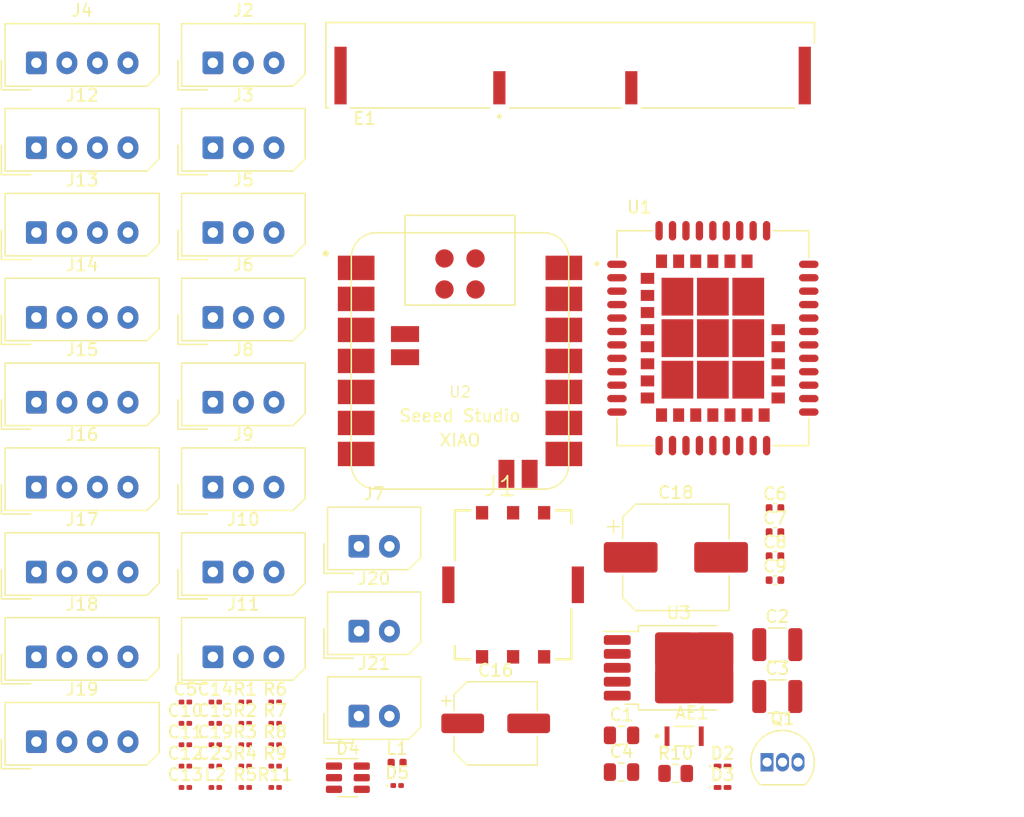
<source format=kicad_pcb>
(kicad_pcb (version 20221018) (generator pcbnew)
  (layers (0 "F.Cu" signal) (31 "B.Cu" signal) (34 "B.Paste" user) (35 "F.Paste" user) (36 "B.SilkS" user "B.Silkscreen") (37 "F.SilkS" user "F.Silkscreen") (38 "B.Mask" user) (39 "F.Mask" user) (44 "Edge.Cuts" user))
  (net 0 "")
  (net 1 "Net-(AE1-RF_Feed)")
  (net 2 "XIAO_GND")
  (net 3 "SIM868_Vin")
  (net 4 "Net-(D4-IO5)")
  (net 5 "Net-(D4-IO4)")
  (net 6 "Net-(D4-IO3)")
  (net 7 "Net-(D4-IO2)")
  (net 8 "Net-(C11-Pad1)")
  (net 9 "BATTERY_IN")
  (net 10 "Net-(AE1-FTE)")
  (net 11 "GPS_ANT")
  (net 12 "Net-(D2-K)")
  (net 13 "Net-(D2-A)")
  (net 14 "Net-(D3-K)")
  (net 15 "Net-(D3-A)")
  (net 17 "Net-(E1-Pad2)")
  (net 19 "VCC")
  (net 20 "POWER_BTN")
  (net 21 "UART1_RX")
  (net 22 "UART1_TX")
  (net 23 "GPS_RX")
  (net 24 "GPS_TX")
  (net 25 "GPIO1")
  (net 26 "SDA")
  (net 27 "SCL")
  (net 28 "POWER_PIN")
  (net 29 "XIAO_UART_TX")
  (net 30 "XIAO_UART_RX")
  (net 31 "XIAO_I2C_SDA")
  (net 32 "XIAO_I2C_SCL")
  (net 33 "XIAO_SPI_MOSI")
  (net 34 "XIAO_SPI_MISO")
  (net 35 "XIAO_SPI_SCK")
  (net 36 "GPIO0")
  (net 37 "GPIO2")
  (net 38 "GPIO3")
  (net 39 "XIAO_3.3V")
  (net 40 "XIAO_5V")
  (net 41 "GPS_EN_GPIO1")
  (net 42 "GSM_ANT")
  (net 43 "Net-(Q1-B)")
  (net 44 "Net-(U1-SIM1_DATA)")
  (net 45 "Net-(U1-SIM1_CLK)")
  (net 46 "Net-(U1-SIM1_RST)")
  (net 47 "Net-(U3-ADJ)")
  (net 48 "GPS_EN")
  (footprint "SIM8051-6-0-14-00-X-REVD:GCT_SIM8051-6-0-14-00-X-REVD" (layer "F.Cu") (at 143.166 104.69747)
    (fp_text reference "J1" (at -1.07189 -8.05924) (layer "F.SilkS") (effects (font (size 1.602835 1.602835))))
    (fp_text value "SIM8051-6-0-14-00-X-REVD")
    (pad "C1" smd rect (at 2.54 5.9) (size 1 1.1) (layers "F.Cu" "F.Paste" "F.Mask") (net 7 "Net-(D4-IO2)"))
    (pad "C2" smd rect (at 0 5.9) (size 1 1.1) (layers "F.Cu" "F.Paste" "F.Mask") (net 4 "Net-(D4-IO5)"))
    (pad "C3" smd rect (at -2.54 5.9) (size 1 1.1) (layers "F.Cu" "F.Paste" "F.Mask") (net 5 "Net-(D4-IO4)"))
    (pad "C4" smd rect (at 5.3 0) (size 1 3) (layers "F.Cu" "F.Paste" "F.Mask"))
    (pad "C5" smd rect (at 2.54 -5.9) (size 1 1.1) (layers "F.Cu" "F.Paste" "F.Mask") (net 2 "XIAO_GND"))
    (pad "C6" smd rect (at 0 -5.9) (size 1 1.1) (layers "F.Cu" "F.Paste" "F.Mask"))
    (pad "C7" smd rect (at -2.54 -5.9) (size 1 1.1) (layers "F.Cu" "F.Paste" "F.Mask") (net 6 "Net-(D4-IO3)"))
    (pad "C8" smd rect (at -5.3 0) (size 1 3) (layers "F.Cu" "F.Paste" "F.Mask"))
  )
  (footprint "Inductor_SMD:L_0201_0603Metric" (layer "F.Cu") (at 118.791 121.29747)
    (fp_text reference "L2" (at 0 -1.05) (layer "F.SilkS"))
    (fp_text value "6.8nH")
    (pad "1" smd roundrect (at -0.32 0) (size 0.46 0.4) (layers "F.Cu" "F.Mask") (net 17 "Net-(E1-Pad2)"))
    (pad "2" smd roundrect (at 0.32 0) (size 0.46 0.4) (layers "F.Cu" "F.Mask") (net 2 "XIAO_GND"))
  )
  (footprint "Capacitor_SMD:C_0201_0603Metric" (layer "F.Cu") (at 116.341 117.79747)
    (fp_text reference "C11" (at 0 -1.05) (layer "F.SilkS"))
    (fp_text value "0.5pF")
    (pad "1" smd roundrect (at -0.32 0) (size 0.46 0.4) (layers "F.Cu" "F.Mask") (net 8 "Net-(C11-Pad1)"))
    (pad "2" smd roundrect (at 0.32 0) (size 0.46 0.4) (layers "F.Cu" "F.Mask") (net 2 "XIAO_GND"))
  )
  (footprint "Inductor_SMD:L_0402_1005Metric" (layer "F.Cu") (at 133.671 119.26747)
    (fp_text reference "L1" (at 0 -1.17) (layer "F.SilkS"))
    (fp_text value "3.3nH")
    (pad "1" smd roundrect (at -0.485 0) (size 0.59 0.64) (layers "F.Cu" "F.Paste" "F.Mask") (net 8 "Net-(C11-Pad1)"))
    (pad "2" smd roundrect (at 0.485 0) (size 0.59 0.64) (layers "F.Cu" "F.Paste" "F.Mask") (net 42 "GSM_ANT"))
  )
  (footprint "Resistor_SMD:R_0201_0603Metric" (layer "F.Cu") (at 123.691 116.04747)
    (fp_text reference "R7" (at 0 -1.05) (layer "F.SilkS"))
    (fp_text value "4.7k")
    (pad "1" smd roundrect (at -0.32 0) (size 0.46 0.4) (layers "F.Cu" "F.Mask") (net 12 "Net-(D2-K)"))
    (pad "2" smd roundrect (at 0.32 0) (size 0.46 0.4) (layers "F.Cu" "F.Mask") (net 2 "XIAO_GND"))
  )
  (footprint "Capacitor_SMD:C_0805_2012Metric" (layer "F.Cu") (at 152.041 117.02747)
    (fp_text reference "C1" (at 0 -1.68) (layer "F.SilkS"))
    (fp_text value "100uF")
    (pad "1" smd roundrect (at -0.95 0) (size 1 1.45) (layers "F.Cu" "F.Paste" "F.Mask") (net 3 "SIM868_Vin"))
    (pad "2" smd roundrect (at 0.95 0) (size 1 1.45) (layers "F.Cu" "F.Paste" "F.Mask") (net 2 "XIAO_GND"))
  )
  (footprint "Connector_Molex:Molex_SPOX_5267-04A_1x04_P2.50mm_Vertical" (layer "F.Cu") (at 104.141 89.74747)
    (fp_text reference "J15" (at 3.75 -4.3) (layer "F.SilkS"))
    (fp_text value "Conn_01x04_Pin")
    (pad "1" thru_hole roundrect (at 0 0) (size 1.7 1.85) (drill 0.85) (layers "*.Cu" "*.Mask") (roundrect_rratio 0.147059) (net 36 "GPIO0"))
    (pad "2" thru_hole oval (at 2.5 0) (size 1.7 1.85) (drill 0.85) (layers "*.Cu" "*.Mask") (net 25 "GPIO1"))
    (pad "3" thru_hole oval (at 5 0) (size 1.7 1.85) (drill 0.85) (layers "*.Cu" "*.Mask") (net 37 "GPIO2"))
    (pad "4" thru_hole oval (at 7.5 0) (size 1.7 1.85) (drill 0.85) (layers "*.Cu" "*.Mask") (net 38 "GPIO3"))
  )
  (footprint "Resistor_SMD:R_0201_0603Metric" (layer "F.Cu") (at 121.241 117.79747)
    (fp_text reference "R3" (at 0 -1.05) (layer "F.SilkS"))
    (fp_text value "22")
    (pad "1" smd roundrect (at -0.32 0) (size 0.46 0.4) (layers "F.Cu" "F.Mask") (net 4 "Net-(D4-IO5)"))
    (pad "2" smd roundrect (at 0.32 0) (size 0.46 0.4) (layers "F.Cu" "F.Mask") (net 46 "Net-(U1-SIM1_RST)"))
  )
  (footprint "Resistor_SMD:R_0805_2012Metric" (layer "F.Cu") (at 156.471 120.14747)
    (fp_text reference "R10" (at 0 -1.65) (layer "F.SilkS"))
    (fp_text value "43k")
    (pad "1" smd roundrect (at -0.9125 0) (size 1.025 1.4) (layers "F.Cu" "F.Paste" "F.Mask") (roundrect_rratio 0.243902) (net 47 "Net-(U3-ADJ)"))
    (pad "2" smd roundrect (at 0.9125 0) (size 1.025 1.4) (layers "F.Cu" "F.Paste" "F.Mask") (roundrect_rratio 0.243902) (net 2 "XIAO_GND"))
  )
  (footprint "Connector_Molex:Molex_SPOX_5267-03A_1x03_P2.50mm_Vertical" (layer "F.Cu") (at 118.591 68.89747)
    (fp_text reference "J3" (at 2.5 -4.3) (layer "F.SilkS"))
    (fp_text value "Conn_01x03_Pin")
    (pad "1" thru_hole roundrect (at 0 0) (size 1.7 1.85) (drill 0.85) (layers "*.Cu" "*.Mask") (roundrect_rratio 0.147059) (net 21 "UART1_RX"))
    (pad "2" thru_hole oval (at 2.5 0) (size 1.7 1.85) (drill 0.85) (layers "*.Cu" "*.Mask") (net 22 "UART1_TX"))
    (pad "3" thru_hole oval (at 5 0) (size 1.7 1.85) (drill 0.85) (layers "*.Cu" "*.Mask") (net 2 "XIAO_GND"))
  )
  (footprint "Capacitor_SMD:C_1210_3225Metric" (layer "F.Cu") (at 164.791 113.84747)
    (fp_text reference "C3" (at 0 -2.3) (layer "F.SilkS"))
    (fp_text value "330uF")
    (pad "1" smd roundrect (at -1.475 0) (size 1.15 2.7) (layers "F.Cu" "F.Paste" "F.Mask") (roundrect_rratio 0.217391) (net 3 "SIM868_Vin"))
    (pad "2" smd roundrect (at 1.475 0) (size 1.15 2.7) (layers "F.Cu" "F.Paste" "F.Mask") (roundrect_rratio 0.217391) (net 2 "XIAO_GND"))
  )
  (footprint "Package_TO_SOT_THT:TO-92_Inline" (layer "F.Cu") (at 163.951 119.22747)
    (fp_text reference "Q1" (at 1.27 -3.56) (layer "F.SilkS"))
    (fp_text value "2N3904")
    (pad "1" thru_hole rect (at 0 0) (size 1.05 1.5) (drill 0.75) (layers "*.Cu" "*.Mask") (net 2 "XIAO_GND"))
    (pad "2" thru_hole oval (at 1.27 0) (size 1.05 1.5) (drill 0.75) (layers "*.Cu" "*.Mask") (net 43 "Net-(Q1-B)"))
    (pad "3" thru_hole oval (at 2.54 0) (size 1.05 1.5) (drill 0.75) (layers "*.Cu" "*.Mask") (net 28 "POWER_PIN"))
  )
  (footprint "Capacitor_SMD:C_0402_1005Metric" (layer "F.Cu") (at 164.601 104.31747)
    (fp_text reference "C9" (at 0 -1.16) (layer "F.SilkS"))
    (fp_text value "22pF")
    (pad "1" smd roundrect (at -0.48 0) (size 0.56 0.62) (layers "F.Cu" "F.Paste" "F.Mask") (net 6 "Net-(D4-IO3)"))
    (pad "2" smd roundrect (at 0.48 0) (size 0.56 0.62) (layers "F.Cu" "F.Paste" "F.Mask") (net 2 "XIAO_GND"))
  )
  (footprint "Connector_Molex:Molex_SPOX_5267-03A_1x03_P2.50mm_Vertical" (layer "F.Cu") (at 118.591 75.84747)
    (fp_text reference "J5" (at 2.5 -4.3) (layer "F.SilkS"))
    (fp_text value "Conn_01x03_Pin")
    (pad "1" thru_hole roundrect (at 0 0) (size 1.7 1.85) (drill 0.85) (layers "*.Cu" "*.Mask") (roundrect_rratio 0.147059) (net 26 "SDA"))
    (pad "2" thru_hole oval (at 2.5 0) (size 1.7 1.85) (drill 0.85) (layers "*.Cu" "*.Mask") (net 27 "SCL"))
    (pad "3" thru_hole oval (at 5 0) (size 1.7 1.85) (drill 0.85) (layers "*.Cu" "*.Mask") (net 2 "XIAO_GND"))
  )
  (footprint "Connector_Molex:Molex_SPOX_5267-04A_1x04_P2.50mm_Vertical" (layer "F.Cu") (at 104.141 117.54747)
    (fp_text reference "J19" (at 3.75 -4.3) (layer "F.SilkS"))
    (fp_text value "Conn_01x04_Pin")
    (pad "1" thru_hole roundrect (at 0 0) (size 1.7 1.85) (drill 0.85) (layers "*.Cu" "*.Mask") (roundrect_rratio 0.147059) (net 3 "SIM868_Vin"))
    (pad "2" thru_hole oval (at 2.5 0) (size 1.7 1.85) (drill 0.85) (layers "*.Cu" "*.Mask") (net 3 "SIM868_Vin"))
    (pad "3" thru_hole oval (at 5 0) (size 1.7 1.85) (drill 0.85) (layers "*.Cu" "*.Mask") (net 3 "SIM868_Vin"))
    (pad "4" thru_hole oval (at 7.5 0) (size 1.7 1.85) (drill 0.85) (layers "*.Cu" "*.Mask") (net 3 "SIM868_Vin"))
  )
  (footprint "Capacitor_SMD:C_0201_0603Metric" (layer "F.Cu") (at 118.791 116.04747)
    (fp_text reference "C15" (at 0 -1.05) (layer "F.SilkS"))
    (fp_text value "22pF")
    (pad "1" smd roundrect (at -0.32 0) (size 0.46 0.4) (layers "F.Cu" "F.Mask") (net 10 "Net-(AE1-FTE)"))
    (pad "2" smd roundrect (at 0.32 0) (size 0.46 0.4) (layers "F.Cu" "F.Mask") (net 2 "XIAO_GND"))
  )
  (footprint "Connector_Molex:Molex_SPOX_5267-04A_1x04_P2.50mm_Vertical" (layer "F.Cu") (at 104.141 68.89747)
    (fp_text reference "J12" (at 3.75 -4.3) (layer "F.SilkS"))
    (fp_text value "Conn_01x04_Pin")
    (pad "1" thru_hole roundrect (at 0 0) (size 1.7 1.85) (drill 0.85) (layers "*.Cu" "*.Mask") (roundrect_rratio 0.147059) (net 33 "XIAO_SPI_MOSI"))
    (pad "2" thru_hole oval (at 2.5 0) (size 1.7 1.85) (drill 0.85) (layers "*.Cu" "*.Mask") (net 34 "XIAO_SPI_MISO"))
    (pad "3" thru_hole oval (at 5 0) (size 1.7 1.85) (drill 0.85) (layers "*.Cu" "*.Mask") (net 35 "XIAO_SPI_SCK"))
    (pad "4" thru_hole oval (at 7.5 0) (size 1.7 1.85) (drill 0.85) (layers "*.Cu" "*.Mask") (net 2 "XIAO_GND"))
  )
  (footprint "Capacitor_SMD:C_0805_2012Metric" (layer "F.Cu") (at 152.041 120.03747)
    (fp_text reference "C4" (at 0 -1.68) (layer "F.SilkS"))
    (fp_text value "100uF")
    (pad "1" smd roundrect (at -0.95 0) (size 1 1.45) (layers "F.Cu" "F.Paste" "F.Mask") (net 3 "SIM868_Vin"))
    (pad "2" smd roundrect (at 0.95 0) (size 1 1.45) (layers "F.Cu" "F.Paste" "F.Mask") (net 2 "XIAO_GND"))
  )
  (footprint "Resistor_SMD:R_0201_0603Metric" (layer "F.Cu") (at 123.691 117.79747)
    (fp_text reference "R8" (at 0 -1.05) (layer "F.SilkS"))
    (fp_text value "4.7k")
    (pad "1" smd roundrect (at -0.32 0) (size 0.46 0.4) (layers "F.Cu" "F.Mask") (net 14 "Net-(D3-K)"))
    (pad "2" smd roundrect (at 0.32 0) (size 0.46 0.4) (layers "F.Cu" "F.Mask") (net 2 "XIAO_GND"))
  )
  (footprint "GGBLA.01.A:XCVR_GGBLA.01.A" (layer "F.Cu") (at 157.166 117.09747)
    (fp_text reference "AE1" (at 0.635 -1.905) (layer "F.SilkS"))
    (fp_text value "GGBLA.01.A")
    (pad "1" smd rect (at -1.4 0) (size 0.4 1.6) (layers "F.Cu" "F.Paste" "F.Mask") (net 1 "Net-(AE1-RF_Feed)"))
    (pad "2" smd rect (at 1.4 0) (size 0.4 1.6) (layers "F.Cu" "F.Paste" "F.Mask") (net 2 "XIAO_GND"))
  )
  (footprint "YC0003AA:XCVR_YC0003AA" (layer "F.Cu") (at 147.841 62.14247)
    (fp_text reference "E1" (at -16.825 4.365) (layer "F.SilkS"))
    (fp_text value "YC0003AA")
    (pad "1" smd rect (at -5.8 1.845) (size 1 2.72) (layers "F.Cu" "F.Paste" "F.Mask") (net 8 "Net-(C11-Pad1)"))
    (pad "2" smd rect (at 5 1.845) (size 1 2.72) (layers "F.Cu" "F.Paste" "F.Mask") (net 17 "Net-(E1-Pad2)"))
    (pad "3" smd rect (at 19.2 0.845) (size 1 4.72) (layers "F.Cu" "F.Paste" "F.Mask"))
    (pad "4" smd rect (at -18.8 0.845) (size 1 4.72) (layers "F.Cu" "F.Paste" "F.Mask"))
  )
  (footprint "Connector_Molex:Molex_SPOX_5267-03A_1x03_P2.50mm_Vertical" (layer "F.Cu") (at 118.591 89.74747)
    (fp_text reference "J8" (at 2.5 -4.3) (layer "F.SilkS"))
    (fp_text value "Conn_01x03_Pin")
    (pad "1" thru_hole roundrect (at 0 0) (size 1.7 1.85) (drill 0.85) (layers "*.Cu" "*.Mask") (roundrect_rratio 0.147059) (net 29 "XIAO_UART_TX"))
    (pad "2" thru_hole oval (at 2.5 0) (size 1.7 1.85) (drill 0.85) (layers "*.Cu" "*.Mask") (net 30 "XIAO_UART_RX"))
    (pad "3" thru_hole oval (at 5 0) (size 1.7 1.85) (drill 0.85) (layers "*.Cu" "*.Mask") (net 2 "XIAO_GND"))
  )
  (footprint "Capacitor_SMD:CP_Elec_6.3x7.7" (layer "F.Cu") (at 141.741 116.04747)
    (fp_text reference "C16" (at 0 -4.35) (layer "F.SilkS"))
    (fp_text value "100uF")
    (pad "1" smd roundrect (at -2.7 0) (size 3.5 1.6) (layers "F.Cu" "F.Paste" "F.Mask") (roundrect_rratio 0.15625) (net 9 "BATTERY_IN"))
    (pad "2" smd roundrect (at 2.7 0) (size 3.5 1.6) (layers "F.Cu" "F.Paste" "F.Mask") (roundrect_rratio 0.15625) (net 2 "XIAO_GND"))
  )
  (footprint "Capacitor_SMD:C_0201_0603Metric" (layer "F.Cu") (at 118.791 114.29747)
    (fp_text reference "C14" (at 0 -1.05) (layer "F.SilkS"))
    (fp_text value "0.5pF")
    (pad "1" smd roundrect (at -0.32 0) (size 0.46 0.4) (layers "F.Cu" "F.Mask") (net 10 "Net-(AE1-FTE)"))
    (pad "2" smd roundrect (at 0.32 0) (size 0.46 0.4) (layers "F.Cu" "F.Mask") (net 1 "Net-(AE1-RF_Feed)"))
  )
  (footprint "Resistor_SMD:R_0201_0603Metric" (layer "F.Cu") (at 123.691 119.54747)
    (fp_text reference "R9" (at 0 -1.05) (layer "F.SilkS"))
    (fp_text value "10k")
    (pad "1" smd roundrect (at -0.32 0) (size 0.46 0.4) (layers "F.Cu" "F.Mask") (net 41 "GPS_EN_GPIO1"))
    (pad "2" smd roundrect (at 0.32 0) (size 0.46 0.4) (layers "F.Cu" "F.Mask") (net 48 "GPS_EN"))
  )
  (footprint "Resistor_SMD:R_0201_0603Metric" (layer "F.Cu") (at 121.241 116.04747)
    (fp_text reference "R2" (at 0 -1.05) (layer "F.SilkS"))
    (fp_text value "22")
    (pad "1" smd roundrect (at -0.32 0) (size 0.46 0.4) (layers "F.Cu" "F.Mask") (net 5 "Net-(D4-IO4)"))
    (pad "2" smd roundrect (at 0.32 0) (size 0.46 0.4) (layers "F.Cu" "F.Mask") (net 45 "Net-(U1-SIM1_CLK)"))
  )
  (footprint "Resistor_SMD:R_0201_0603Metric" (layer "F.Cu") (at 123.691 114.29747)
    (fp_text reference "R6" (at 0 -1.05) (layer "F.SilkS"))
    (fp_text value "4.7k")
    (pad "1" smd roundrect (at -0.32 0) (size 0.46 0.4) (layers "F.Cu" "F.Mask") (net 43 "Net-(Q1-B)"))
    (pad "2" smd roundrect (at 0.32 0) (size 0.46 0.4) (layers "F.Cu" "F.Mask") (net 2 "XIAO_GND"))
  )
  (footprint "Connector_Molex:Molex_SPOX_5267-04A_1x04_P2.50mm_Vertical" (layer "F.Cu") (at 104.141 75.84747)
    (fp_text reference "J13" (at 3.75 -4.3) (layer "F.SilkS"))
    (fp_text value "Conn_01x04_Pin")
    (pad "1" thru_hole roundrect (at 0 0) (size 1.7 1.85) (drill 0.85) (layers "*.Cu" "*.Mask") (roundrect_rratio 0.147059) (net 33 "XIAO_SPI_MOSI"))
    (pad "2" thru_hole oval (at 2.5 0) (size 1.7 1.85) (drill 0.85) (layers "*.Cu" "*.Mask") (net 34 "XIAO_SPI_MISO"))
    (pad "3" thru_hole oval (at 5 0) (size 1.7 1.85) (drill 0.85) (layers "*.Cu" "*.Mask") (net 35 "XIAO_SPI_SCK"))
    (pad "4" thru_hole oval (at 7.5 0) (size 1.7 1.85) (drill 0.85) (layers "*.Cu" "*.Mask") (net 2 "XIAO_GND"))
  )
  (footprint "Connector_Molex:Molex_SPOX_5267-04A_1x04_P2.50mm_Vertical" (layer "F.Cu") (at 104.141 103.64747)
    (fp_text reference "J17" (at 3.75 -4.3) (layer "F.SilkS"))
    (fp_text value "Conn_01x04_Pin")
    (pad "1" thru_hole roundrect (at 0 0) (size 1.7 1.85) (drill 0.85) (layers "*.Cu" "*.Mask") (roundrect_rratio 0.147059) (net 39 "XIAO_3.3V"))
    (pad "2" thru_hole oval (at 2.5 0) (size 1.7 1.85) (drill 0.85) (layers "*.Cu" "*.Mask") (net 39 "XIAO_3.3V"))
    (pad "3" thru_hole oval (at 5 0) (size 1.7 1.85) (drill 0.85) (layers "*.Cu" "*.Mask") (net 39 "XIAO_3.3V"))
    (pad "4" thru_hole oval (at 7.5 0) (size 1.7 1.85) (drill 0.85) (layers "*.Cu" "*.Mask") (net 39 "XIAO_3.3V"))
  )
  (footprint "Connector_Molex:Molex_SPOX_5267-03A_1x03_P2.50mm_Vertical" (layer "F.Cu") (at 118.591 82.79747)
    (fp_text reference "J6" (at 2.5 -4.3) (layer "F.SilkS"))
    (fp_text value "Conn_01x03_Pin")
    (pad "1" thru_hole roundrect (at 0 0) (size 1.7 1.85) (drill 0.85) (layers "*.Cu" "*.Mask") (roundrect_rratio 0.147059) (net 26 "SDA"))
    (pad "2" thru_hole oval (at 2.5 0) (size 1.7 1.85) (drill 0.85) (layers "*.Cu" "*.Mask") (net 27 "SCL"))
    (pad "3" thru_hole oval (at 5 0) (size 1.7 1.85) (drill 0.85) (layers "*.Cu" "*.Mask") (net 2 "XIAO_GND"))
  )
  (footprint "Resistor_SMD:R_0201_0603Metric" (layer "F.Cu") (at 123.691 121.29747)
    (fp_text reference "R11" (at 0 -1.05) (layer "F.SilkS"))
    (fp_text value "470k")
    (pad "1" smd roundrect (at -0.32 0) (size 0.46 0.4) (layers "F.Cu" "F.Mask") (net 3 "SIM868_Vin"))
    (pad "2" smd roundrect (at 0.32 0) (size 0.46 0.4) (layers "F.Cu" "F.Mask") (net 2 "XIAO_GND"))
  )
  (footprint "Capacitor_SMD:CP_Elec_8x10.5" (layer "F.Cu") (at 156.491 102.44747)
    (fp_text reference "C18" (at 0 -5.3) (layer "F.SilkS"))
    (fp_text value "330uF")
    (pad "1" smd roundrect (at -3.7 0) (size 4.4 2.5) (layers "F.Cu" "F.Paste" "F.Mask") (roundrect_rratio 0.1) (net 3 "SIM868_Vin"))
    (pad "2" smd roundrect (at 3.7 0) (size 4.4 2.5) (layers "F.Cu" "F.Paste" "F.Mask") (roundrect_rratio 0.1) (net 2 "XIAO_GND"))
  )
  (footprint "Capacitor_SMD:C_1210_3225Metric" (layer "F.Cu") (at 164.791 109.59747)
    (fp_text reference "C2" (at 0 -2.3) (layer "F.SilkS"))
    (fp_text value "330uF")
    (pad "1" smd roundrect (at -1.475 0) (size 1.15 2.7) (layers "F.Cu" "F.Paste" "F.Mask") (roundrect_rratio 0.217391) (net 3 "SIM868_Vin"))
    (pad "2" smd roundrect (at 1.475 0) (size 1.15 2.7) (layers "F.Cu" "F.Paste" "F.Mask") (roundrect_rratio 0.217391) (net 2 "XIAO_GND"))
  )
  (footprint "Connector_Molex:Molex_SPOX_5267-04A_1x04_P2.50mm_Vertical" (layer "F.Cu") (at 104.141 61.94747)
    (fp_text reference "J4" (at 3.75 -4.3) (layer "F.SilkS"))
    (fp_text value "Conn_01x04_Pin")
    (pad "1" thru_hole roundrect (at 0 0) (size 1.7 1.85) (drill 0.85) (layers "*.Cu" "*.Mask") (roundrect_rratio 0.147059) (net 23 "GPS_RX"))
    (pad "2" thru_hole oval (at 2.5 0) (size 1.7 1.85) (drill 0.85) (layers "*.Cu" "*.Mask") (net 24 "GPS_TX"))
    (pad "3" thru_hole oval (at 5 0) (size 1.7 1.85) (drill 0.85) (layers "*.Cu" "*.Mask") (net 25 "GPIO1"))
    (pad "4" thru_hole oval (at 7.5 0) (size 1.7 1.85) (drill 0.85) (layers "*.Cu" "*.Mask") (net 2 "XIAO_GND"))
  )
  (footprint "Connector_Molex:Molex_SPOX_5267-02A_1x02_P2.50mm_Vertical" (layer "F.Cu") (at 130.541 101.54747)
    (fp_text reference "J7" (at 1.25 -4.3) (layer "F.SilkS"))
    (fp_text value "Conn_01x02_Pin")
    (pad "1" thru_hole roundrect (at 0 0) (size 1.7 1.85) (drill 0.85) (layers "*.Cu" "*.Mask") (roundrect_rratio 0.147059) (net 28 "POWER_PIN"))
    (pad "2" thru_hole oval (at 2.5 0) (size 1.7 1.85) (drill 0.85) (layers "*.Cu" "*.Mask") (net 2 "XIAO_GND"))
  )
  (footprint "Capacitor_SMD:C_0201_0603Metric" (layer "F.Cu") (at 118.791 117.79747)
    (fp_text reference "C19" (at 0 -1.05) (layer "F.SilkS"))
    (fp_text value "0.1uF")
    (pad "1" smd roundrect (at -0.32 0) (size 0.46 0.4) (layers "F.Cu" "F.Mask") (net 3 "SIM868_Vin"))
    (pad "2" smd roundrect (at 0.32 0) (size 0.46 0.4) (layers "F.Cu" "F.Mask") (net 2 "XIAO_GND"))
  )
  (footprint "Resistor_SMD:R_0201_0603Metric" (layer "F.Cu") (at 121.241 121.29747)
    (fp_text reference "R5" (at 0 -1.05) (layer "F.SilkS"))
    (fp_text value "4.7k")
    (pad "1" smd roundrect (at -0.32 0) (size 0.46 0.4) (layers "F.Cu" "F.Mask") (net 20 "POWER_BTN"))
    (pad "2" smd roundrect (at 0.32 0) (size 0.46 0.4) (layers "F.Cu" "F.Mask") (net 43 "Net-(Q1-B)"))
  )
  (footprint "Connector_Molex:Molex_SPOX_5267-03A_1x03_P2.50mm_Vertical" (layer "F.Cu") (at 118.591 61.94747)
    (fp_text reference "J2" (at 2.5 -4.3) (layer "F.SilkS"))
    (fp_text value "Conn_01x03_Pin")
    (pad "1" thru_hole roundrect (at 0 0) (size 1.7 1.85) (drill 0.85) (layers "*.Cu" "*.Mask") (roundrect_rratio 0.147059) (net 19 "VCC"))
    (pad "2" thru_hole oval (at 2.5 0) (size 1.7 1.85) (drill 0.85) (layers "*.Cu" "*.Mask") (net 20 "POWER_BTN"))
    (pad "3" thru_hole oval (at 5 0) (size 1.7 1.85) (drill 0.85) (layers "*.Cu" "*.Mask") (net 2 "XIAO_GND"))
  )
  (footprint "Package_TO_SOT_SMD:TO-252-5_TabPin3" (layer "F.Cu") (at 156.731 111.49747)
    (fp_text reference "U3" (at 0 -4.5) (layer "F.SilkS"))
    (fp_text value "MIC29302AWD")
    (pad "1" smd roundrect (at -5.04 -2.28) (size 2.2 0.8) (layers "F.Cu" "F.Paste" "F.Mask") (net 9 "BATTERY_IN"))
    (pad "2" smd roundrect (at -5.04 -1.14) (size 2.2 0.8) (layers "F.Cu" "F.Paste" "F.Mask") (net 9 "BATTERY_IN"))
    (pad "3" smd roundrect (at -5.04 0) (size 2.2 0.8) (layers "F.Cu" "F.Paste" "F.Mask") (net 2 "XIAO_GND"))
    (pad "3" smd roundrect (at -0.415 -1.525) (size 3.05 2.75) (layers "F.Cu" "F.Paste") (roundrect_rratio 0.090909) (net 2 "XIAO_GND"))
    (pad "3" smd roundrect (at -0.415 1.525) (size 3.05 2.75) (layers "F.Cu" "F.Paste") (roundrect_rratio 0.090909) (net 2 "XIAO_GND"))
    (pad "3" smd roundrect (at 1.26 0) (size 6.4 5.8) (layers "F.Cu" "F.Mask") (roundrect_rratio 0.043103) (net 2 "XIAO_GND"))
    (pad "3" smd roundrect (at 2.935 -1.525) (size 3.05 2.75) (layers "F.Cu" "F.Paste") (roundrect_rratio 0.090909) (net 2 "XIAO_GND"))
    (pad "3" smd roundrect (at 2.935 1.525) (size 3.05 2.75) (layers "F.Cu" "F.Paste") (roundrect_rratio 0.090909) (net 2 "XIAO_GND"))
    (pad "4" smd roundrect (at -5.04 1.14) (size 2.2 0.8) (layers "F.Cu" "F.Paste" "F.Mask") (net 3 "SIM868_Vin"))
    (pad "5" smd roundrect (at -5.04 2.28) (size 2.2 0.8) (layers "F.Cu" "F.Paste" "F.Mask") (net 47 "Net-(U3-ADJ)"))
  )
  (footprint "Diode_SMD:D_0201_0603Metric" (layer "F.Cu") (at 133.676 121.13747)
    (fp_text reference "D5" (at 0 -1.05) (layer "F.SilkS"))
    (fp_text value "5.1V")
    (pad "1" smd roundrect (at -0.32 0) (size 0.46 0.4) (layers "F.Cu" "F.Mask") (net 3 "SIM868_Vin"))
    (pad "2" smd roundrect (at 0.32 0) (size 0.46 0.4) (layers "F.Cu" "F.Mask") (net 2 "XIAO_GND"))
  )
  (footprint "LED_SMD:LED_0201_0603Metric_Pad0.64x0.40mm_HandSolder" (layer "F.Cu") (at 160.311 119.54747)
    (fp_text reference "D2" (at 0 -1.05) (layer "F.SilkS"))
    (fp_text value "LED")
    (pad "1" smd roundrect (at -0.4075 0) (size 0.635 0.4) (layers "F.Cu" "F.Mask") (net 12 "Net-(D2-K)"))
    (pad "2" smd roundrect (at 0.4075 0) (size 0.635 0.4) (layers "F.Cu" "F.Mask") (net 13 "Net-(D2-A)"))
  )
  (footprint "Connector_Molex:Molex_SPOX_5267-03A_1x03_P2.50mm_Vertical" (layer "F.Cu") (at 118.591 103.64747)
    (fp_text reference "J10" (at 2.5 -4.3) (layer "F.SilkS"))
    (fp_text value "Conn_01x03_Pin")
    (pad "1" thru_hole roundrect (at 0 0) (size 1.7 1.85) (drill 0.85) (layers "*.Cu" "*.Mask") (roundrect_rratio 0.147059) (net 31 "XIAO_I2C_SDA"))
    (pad "2" thru_hole oval (at 2.5 0) (size 1.7 1.85) (drill 0.85) (layers "*.Cu" "*.Mask") (net 32 "XIAO_I2C_SCL"))
    (pad "3" thru_hole oval (at 5 0) (size 1.7 1.85) (drill 0.85) (layers "*.Cu" "*.Mask") (net 2 "XIAO_GND"))
  )
  (footprint "Connector_Molex:Molex_SPOX_5267-04A_1x04_P2.50mm_Vertical" (layer "F.Cu") (at 104.141 110.59747)
    (fp_text reference "J18" (at 3.75 -4.3) (layer "F.SilkS"))
    (fp_text value "Conn_01x04_Pin")
    (pad "1" thru_hole roundrect (at 0 0) (size 1.7 1.85) (drill 0.85) (layers "*.Cu" "*.Mask") (roundrect_rratio 0.147059) (net 40 "XIAO_5V"))
    (pad "2" thru_hole oval (at 2.5 0) (size 1.7 1.85) (drill 0.85) (layers "*.Cu" "*.Mask") (net 40 "XIAO_5V"))
    (pad "3" thru_hole oval (at 5 0) (size 1.7 1.85) (drill 0.85) (layers "*.Cu" "*.Mask") (net 40 "XIAO_5V"))
    (pad "4" thru_hole oval (at 7.5 0) (size 1.7 1.85) (drill 0.85) (layers "*.Cu" "*.Mask") (net 40 "XIAO_5V"))
  )
  (footprint "Resistor_SMD:R_0201_0603Metric" (layer "F.Cu") (at 121.241 119.54747)
    (fp_text reference "R4" (at 0 -1.05) (layer "F.SilkS"))
    (fp_text value "100k")
    (pad "1" smd roundrect (at -0.32 0) (size 0.46 0.4) (layers "F.Cu" "F.Mask") (net 3 "SIM868_Vin"))
    (pad "2" smd roundrect (at 0.32 0) (size 0.46 0.4) (layers "F.Cu" "F.Mask") (net 47 "Net-(U3-ADJ)"))
  )
  (footprint "Connector_Molex:Molex_SPOX_5267-03A_1x03_P2.50mm_Vertical" (layer "F.Cu") (at 118.591 110.59747)
    (fp_text reference "J11" (at 2.5 -4.3) (layer "F.SilkS"))
    (fp_text value "Conn_01x03_Pin")
    (pad "1" thru_hole roundrect (at 0 0) (size 1.7 1.85) (drill 0.85) (layers "*.Cu" "*.Mask") (roundrect_rratio 0.147059) (net 31 "XIAO_I2C_SDA"))
    (pad "2" thru_hole oval (at 2.5 0) (size 1.7 1.85) (drill 0.85) (layers "*.Cu" "*.Mask") (net 32 "XIAO_I2C_SCL"))
    (pad "3" thru_hole oval (at 5 0) (size 1.7 1.85) (drill 0.85) (layers "*.Cu" "*.Mask") (net 2 "XIAO_GND"))
  )
  (footprint "Capacitor_SMD:C_0402_1005Metric" (layer "F.Cu") (at 164.601 100.37747)
    (fp_text reference "C7" (at 0 -1.16) (layer "F.SilkS"))
    (fp_text value "22pF")
    (pad "1" smd roundrect (at -0.48 0) (size 0.56 0.62) (layers "F.Cu" "F.Paste" "F.Mask") (net 4 "Net-(D4-IO5)"))
    (pad "2" smd roundrect (at 0.48 0) (size 0.56 0.62) (layers "F.Cu" "F.Paste" "F.Mask") (net 2 "XIAO_GND"))
  )
  (footprint "Capacitor_SMD:C_0201_0603Metric" (layer "F.Cu") (at 116.341 119.54747)
    (fp_text reference "C12" (at 0 -1.05) (layer "F.SilkS"))
    (fp_text value "1uF")
    (pad "1" smd roundrect (at -0.32 0) (size 0.46 0.4) (layers "F.Cu" "F.Mask") (net 9 "BATTERY_IN"))
    (pad "2" smd roundrect (at 0.32 0) (size 0.46 0.4) (layers "F.Cu" "F.Mask") (net 2 "XIAO_GND"))
  )
  (footprint "Seeed Studio XIAO Series Library:XIAO-nRF52840-Sense-14P-2.54-21X17.8MM" (layer "F.Cu") (at 138.82 86.36)
    (fp_text reference "U2" (at 0 2.54) (layer "F.SilkS") (effects (font (size 0.889 0.889) (thickness 0.1016))))
    (fp_text value "SeeeduinoXIAO nRF52840 Sense" hide)
    (fp_text user "Seeed Studio" (at 0 4.5 unlocked) (layer "F.SilkS"))
    (fp_text user "XIAO" (at 0 6.5 unlocked) (layer "F.SilkS"))
    (pad "1" smd rect (at -8.5 -7.62) (size 3 2) (layers "F.Cu" "F.Paste" "F.Mask") (net 36 "GPIO0"))
    (pad "2" smd rect (at -8.5 -5.08) (size 3 2) (layers "F.Cu" "F.Paste" "F.Mask") (net 25 "GPIO1"))
    (pad "3" smd rect (at -8.5 -2.54) (size 3 2) (layers "F.Cu" "F.Paste" "F.Mask") (net 37 "GPIO2"))
    (pad "4" smd rect (at -8.5 0) (size 3 2) (layers "F.Cu" "F.Paste" "F.Mask") (net 38 "GPIO3"))
    (pad "5" smd rect (at -8.5 2.54) (size 3 2) (layers "F.Cu" "F.Paste" "F.Mask") (net 31 "XIAO_I2C_SDA"))
    (pad "6" smd rect (at -8.5 5.08 180) (size 3 2) (layers "F.Cu" "F.Paste" "F.Mask") (net 32 "XIAO_I2C_SCL"))
    (pad "7" smd rect (at -8.5 7.62) (size 3 2) (layers "F.Cu" "F.Paste" "F.Mask") (net 29 "XIAO_UART_TX"))
    (pad "8" smd rect (at 8.5 7.62) (size 3 2) (layers "F.Cu" "F.Paste" "F.Mask") (net 30 "XIAO_UART_RX"))
    (pad "9" smd rect (at 8.5 5.08) (size 3 2) (layers "F.Cu" "F.Paste" "F.Mask") (net 35 "XIAO_SPI_SCK"))
    (pad "10" smd rect (at 8.5 2.54) (size 3 2) (layers "F.Cu" "F.Paste" "F.Mask") (net 34 "XIAO_SPI_MISO"))
    (pad "11" smd rect (at 8.5 0) (size 3 2) (layers "F.Cu" "F.Paste" "F.Mask") (net 33 "XIAO_SPI_MOSI"))
    (pad "12" smd rect (at 8.5 -2.54) (size 3 2) (layers "F.Cu" "F.Paste" "F.Mask") (net 39 "XIAO_3.3V"))
    (pad "13" smd rect (at 8.5 -5.08) (size 3 2) (layers "F.Cu" "F.Paste" "F.Mask") (net 2 "XIAO_GND"))
    (pad "14" smd rect (at 8.5 -7.62) (size 3 2) (layers "F.Cu" "F.Paste" "F.Mask") (net 40 "XIAO_5V"))
    (pad "15" smd circle (at -1.27 -8.39 90) (size 1.5 1.5) (layers "F.Cu" "F.Paste" "F.Mask"))
    (pad "16" smd circle (at 1.27 -8.39 90) (size 1.5 1.5) (layers "F.Cu" "F.Paste" "F.Mask"))
    (pad "17" smd circle (at -1.27 -5.85 90) (size 1.5 1.5) (layers "F.Cu" "F.Paste" "F.Mask"))
    (pad "18" smd circle (at 1.27 -5.85 90) (size 1.5 1.5) (layers "F.Cu" "F.Paste" "F.Mask"))
    (pad "19" smd rect (at 3.8 9.25 90) (size 2.3 1.3) (layers "F.Cu" "F.Paste" "F.Mask"))
    (pad "20" smd rect (at 5.7 9.25 90) (size 2.3 1.3) (layers "F.Cu" "F.Paste" "F.Mask"))
    (pad "21" smd rect (at -4.5 -2.2 180) (size 2.3 1.3) (layers "F.Cu" "F.Paste" "F.Mask"))
    (pad "22" smd rect (at -4.5 -0.3 180) (size 2.3 1.3) (layers "F.Cu" "F.Paste" "F.Mask"))
  )
  (footprint "Resistor_SMD:R_0201_0603Metric" (layer "F.Cu") (at 121.241 114.29747)
    (fp_text reference "R1" (at 0 -1.05) (layer "F.SilkS"))
    (fp_text value "22")
    (pad "1" smd roundrect (at -0.32 0) (size 0.46 0.4) (layers "F.Cu" "F.Mask") (net 6 "Net-(D4-IO3)"))
    (pad "2" smd roundrect (at 0.32 0) (size 0.46 0.4) (layers "F.Cu" "F.Mask") (net 44 "Net-(U1-SIM1_DATA)"))
  )
  (footprint "Connector_Molex:Molex_SPOX_5267-03A_1x03_P2.50mm_Vertical" (layer "F.Cu") (at 118.591 96.69747)
    (fp_text reference "J9" (at 2.5 -4.3) (layer "F.SilkS"))
    (fp_text value "Conn_01x03_Pin")
    (pad "1" thru_hole roundrect (at 0 0) (size 1.7 1.85) (drill 0.85) (layers "*.Cu" "*.Mask") (roundrect_rratio 0.147059) (net 31 "XIAO_I2C_SDA"))
    (pad "2" thru_hole oval (at 2.5 0) (size 1.7 1.85) (drill 0.85) (layers "*.Cu" "*.Mask") (net 32 "XIAO_I2C_SCL"))
    (pad "3" thru_hole oval (at 5 0) (size 1.7 1.85) (drill 0.85) (layers "*.Cu" "*.Mask") (net 2 "XIAO_GND"))
  )
  (footprint "Connector_Molex:Molex_SPOX_5267-02A_1x02_P2.50mm_Vertical" (layer "F.Cu") (at 130.541 108.49747)
    (fp_text reference "J20" (at 1.25 -4.3) (layer "F.SilkS"))
    (fp_text value "Conn_01x02_Pin")
    (pad "1" thru_hole roundrect (at 0 0) (size 1.7 1.85) (drill 0.85) (layers "*.Cu" "*.Mask") (roundrect_rratio 0.147059) (net 9 "BATTERY_IN"))
    (pad "2" thru_hole oval (at 2.5 0) (size 1.7 1.85) (drill 0.85) (layers "*.Cu" "*.Mask") (net 2 "XIAO_GND"))
  )
  (footprint "Connector_Molex:Molex_SPOX_5267-04A_1x04_P2.50mm_Vertical" (layer "F.Cu") (at 104.141 96.69747)
    (fp_text reference "J16" (at 3.75 -4.3) (layer "F.SilkS"))
    (fp_text value "Conn_01x04_Pin")
    (pad "1" thru_hole roundrect (at 0 0) (size 1.7 1.85) (drill 0.85) (layers "*.Cu" "*.Mask") (roundrect_rratio 0.147059) (net 2 "XIAO_GND"))
    (pad "2" thru_hole oval (at 2.5 0) (size 1.7 1.85) (drill 0.85) (layers "*.Cu" "*.Mask") (net 2 "XIAO_GND"))
    (pad "3" thru_hole oval (at 5 0) (size 1.7 1.85) (drill 0.85) (layers "*.Cu" "*.Mask") (net 2 "XIAO_GND"))
    (pad "4" thru_hole oval (at 7.5 0) (size 1.7 1.85) (drill 0.85) (layers "*.Cu" "*.Mask") (net 2 "XIAO_GND"))
  )
  (footprint "Capacitor_SMD:C_0201_0603Metric" (layer "F.Cu") (at 116.341 114.29747)
    (fp_text reference "C5" (at 0 -1.05) (layer "F.SilkS"))
    (fp_text value "33pF")
    (pad "1" smd roundrect (at -0.32 0) (size 0.46 0.4) (layers "F.Cu" "F.Mask") (net 3 "SIM868_Vin"))
    (pad "2" smd roundrect (at 0.32 0) (size 0.46 0.4) (layers "F.Cu" "F.Mask") (net 2 "XIAO_GND"))
  )
  (footprint "Capacitor_SMD:C_0402_1005Metric" (layer "F.Cu") (at 164.601 102.34747)
    (fp_text reference "C8" (at 0 -1.16) (layer "F.SilkS"))
    (fp_text value "22pF")
    (pad "1" smd roundrect (at -0.48 0) (size 0.56 0.62) (layers "F.Cu" "F.Paste" "F.Mask") (net 5 "Net-(D4-IO4)"))
    (pad "2" smd roundrect (at 0.48 0) (size 0.56 0.62) (layers "F.Cu" "F.Paste" "F.Mask") (net 2 "XIAO_GND"))
  )
  (footprint "Package_TO_SOT_SMD:SOT-23-6" (layer "F.Cu") (at 129.641 120.49747)
    (fp_text reference "D4" (at 0 -2.4) (layer "F.SilkS"))
    (fp_text value "ESDA6V1-5SC6")
    (pad "1" smd roundrect (at -1.1375 -0.95) (size 1.325 0.6) (layers "F.Cu" "F.Paste" "F.Mask"))
    (pad "2" smd roundrect (at -1.1375 0) (size 1.325 0.6) (layers "F.Cu" "F.Paste" "F.Mask") (net 2 "XIAO_GND"))
    (pad "3" smd roundrect (at -1.1375 0.95) (size 1.325 0.6) (layers "F.Cu" "F.Paste" "F.Mask") (net 7 "Net-(D4-IO2)"))
    (pad "4" smd roundrect (at 1.1375 0.95) (size 1.325 0.6) (layers "F.Cu" "F.Paste" "F.Mask") (net 6 "Net-(D4-IO3)"))
    (pad "5" smd roundrect (at 1.1375 0) (size 1.325 0.6) (layers "F.Cu" "F.Paste" "F.Mask") (net 5 "Net-(D4-IO4)"))
    (pad "6" smd roundrect (at 1.1375 -0.95) (size 1.325 0.6) (layers "F.Cu" "F.Paste" "F.Mask") (net 4 "Net-(D4-IO5)"))
  )
  (footprint "Connector_Molex:Molex_SPOX_5267-02A_1x02_P2.50mm_Vertical" (layer "F.Cu") (at 130.541 115.44747)
    (fp_text reference "J21" (at 1.25 -4.3) (layer "F.SilkS"))
    (fp_text value "Conn_01x02_Pin")
    (pad "1" thru_hole roundrect (at 0 0) (size 1.7 1.85) (drill 0.85) (layers "*.Cu" "*.Mask") (roundrect_rratio 0.147059) (net 41 "GPS_EN_GPIO1"))
    (pad "2" thru_hole oval (at 2.5 0) (size 1.7 1.85) (drill 0.85) (layers "*.Cu" "*.Mask") (net 2 "XIAO_GND"))
  )
  (footprint "Capacitor_SMD:C_0201_0603Metric" (layer "F.Cu") (at 116.341 116.04747)
    (fp_text reference "C10" (at 0 -1.05) (layer "F.SilkS"))
    (fp_text value "0.1uF")
    (pad "1" smd roundrect (at -0.32 0) (size 0.46 0.4) (layers "F.Cu" "F.Mask") (net 7 "Net-(D4-IO2)"))
    (pad "2" smd roundrect (at 0.32 0) (size 0.46 0.4) (layers "F.Cu" "F.Mask") (net 2 "XIAO_GND"))
  )
  (footprint "SIM868:XCVR_SIM868" (layer "F.Cu") (at 159.516 84.49747)
    (fp_text reference "U1" (at -6.026275 -10.737235) (layer "F.SilkS") (effects (font (size 1.000213 1.000213))))
    (fp_text value "SIM868")
    (pad "1" smd oval (at -7.85 -6.05) (size 1.6 0.6) (layers "F.Cu" "F.Paste" "F.Mask") (net 22 "UART1_TX"))
    (pad "2" smd oval (at -7.85 -4.95) (size 1.6 0.6) (layers "F.Cu" "F.Paste" "F.Mask") (net 21 "UART1_RX"))
    (pad "3" smd oval (at -7.85 -3.85) (size 1.6 0.6) (layers "F.Cu" "F.Paste" "F.Mask"))
    (pad "4" smd oval (at -7.85 -2.75) (size 1.6 0.6) (layers "F.Cu" "F.Paste" "F.Mask"))
    (pad "5" smd oval (at -7.85 -1.65) (size 1.6 0.6) (layers "F.Cu" "F.Paste" "F.Mask"))
    (pad "6" smd oval (at -7.85 -0.55) (size 1.6 0.6) (layers "F.Cu" "F.Paste" "F.Mask"))
    (pad "7" smd oval (at -7.85 0.55) (size 1.6 0.6) (layers "F.Cu" "F.Paste" "F.Mask"))
    (pad "8" smd oval (at -7.85 1.65) (size 1.6 0.6) (layers "F.Cu" "F.Paste" "F.Mask") (net 2 "XIAO_GND"))
    (pad "9" smd oval (at -7.85 2.75) (size 1.6 0.6) (layers "F.Cu" "F.Paste" "F.Mask"))
    (pad "10" smd oval (at -7.85 3.85) (size 1.6 0.6) (layers "F.Cu" "F.Paste" "F.Mask"))
    (pad "11" smd oval (at -7.85 4.95) (size 1.6 0.6) (layers "F.Cu" "F.Paste" "F.Mask"))
    (pad "12" smd oval (at -7.85 6.05) (size 1.6 0.6) (layers "F.Cu" "F.Paste" "F.Mask"))
    (pad "13" smd oval (at -4.4 8.8 90) (size 1.6 0.6) (layers "F.Cu" "F.Paste" "F.Mask") (net 2 "XIAO_GND"))
    (pad "14" smd oval (at -3.3 8.8 90) (size 1.6 0.6) (layers "F.Cu" "F.Paste" "F.Mask"))
    (pad "15" smd oval (at -2.2 8.8 90) (size 1.6 0.6) (layers "F.Cu" "F.Paste" "F.Mask") (net 44 "Net-(U1-SIM1_DATA)"))
    (pad "16" smd oval (at -1.1 8.8 90) (size 1.6 0.6) (layers "F.Cu" "F.Paste" "F.Mask") (net 45 "Net-(U1-SIM1_CLK)"))
    (pad "17" smd oval (at 0 8.8 90) (size 1.6 0.6) (layers "F.Cu" "F.Paste" "F.Mask") (net 46 "Net-(U1-SIM1_RST)"))
    (pad "18" smd oval (at 1.1 8.8 90) (size 1.6 0.6) (layers "F.Cu" "F.Paste" "F.Mask") (net 7 "Net-(D4-IO2)"))
    (pad "19" smd oval (at 2.2 8.8 90) (size 1.6 0.6) (layers "F.Cu" "F.Paste" "F.Mask") (net 2 "XIAO_GND"))
    (pad "20" smd oval (at 3.3 8.8 90) (size 1.6 0.6) (layers "F.Cu" "F.Paste" "F.Mask"))
    (pad "21" smd oval (at 4.4 8.8 90) (size 1.6 0.6) (layers "F.Cu" "F.Paste" "F.Mask") (net 2 "XIAO_GND"))
    (pad "22" smd oval (at 7.85 6.05 180) (size 1.6 0.6) (layers "F.Cu" "F.Paste" "F.Mask") (net 24 "GPS_TX"))
    (pad "23" smd oval (at 7.85 4.95 180) (size 1.6 0.6) (layers "F.Cu" "F.Paste" "F.Mask") (net 23 "GPS_RX"))
    (pad "24" smd oval (at 7.85 3.85 180) (size 1.6 0.6) (layers "F.Cu" "F.Paste" "F.Mask"))
    (pad "25" smd oval (at 7.85 2.75 180) (size 1.6 0.6) (layers "F.Cu" "F.Paste" "F.Mask"))
    (pad "26" smd oval (at 7.85 1.65 180) (size 1.6 0.6) (layers "F.Cu" "F.Paste" "F.Mask"))
    (pad "27" smd oval (at 7.85 0.55 180) (size 1.6 0.6) (layers "F.Cu" "F.Paste" "F.Mask") (net 2 "XIAO_GND"))
    (pad "28" smd oval (at 7.85 -0.55 180) (size 1.6 0.6) (layers "F.Cu" "F.Paste" "F.Mask") (net 3 "SIM868_Vin"))
    (pad "29" smd oval (at 7.85 -1.65 180) (size 1.6 0.6) (layers "F.Cu" "F.Paste" "F.Mask"))
    (pad "30" smd oval (at 7.85 -2.75 180) (size 1.6 0.6) (layers "F.Cu" "F.Paste" "F.Mask") (net 2 "XIAO_GND"))
    (pad "31" smd oval (at 7.85 -3.85 180) (size 1.6 0.6) (layers "F.Cu" "F.Paste" "F.Mask") (net 2 "XIAO_GND"))
    (pad "32" smd oval (at 7.85 -4.95 180) (size 1.6 0.6) (layers "F.Cu" "F.Paste" "F.Mask") (net 42 "GSM_ANT"))
    (pad "33" smd oval (at 7.85 -6.05 180) (size 1.6 0.6) (layers "F.Cu" "F.Paste" "F.Mask") (net 2 "XIAO_GND"))
    (pad "34" smd oval (at 4.4 -8.8 270) (size 1.6 0.6) (layers "F.Cu" "F.Paste" "F.Mask") (net 3 "SIM868_Vin"))
    (pad "35" smd oval (at 3.3 -8.8 270) (size 1.6 0.6) (layers "F.Cu" "F.Paste" "F.Mask") (net 3 "SIM868_Vin"))
    (pad "36" smd oval (at 2.2 -8.8 270) (size 1.6 0.6) (layers "F.Cu" "F.Paste" "F.Mask") (net 2 "XIAO_GND"))
    (pad "37" smd oval (at 1.1 -8.8 270) (size 1.6 0.6) (layers "F.Cu" "F.Paste" "F.Mask") (net 2 "XIAO_GND"))
    (pad "38" smd oval (at 0 -8.8 270) (size 1.6 0.6) (layers "F.Cu" "F.Paste" "F.Mask"))
    (pad "39" smd oval (at -1.1 -8.8 270) (size 1.6 0.6) (layers "F.Cu" "F.Paste" "F.Mask") (net 28 "POWER_PIN"))
    (pad "40" smd oval (at -2.2 -8.8 270) (size 1.6 0.6) (layers "F.Cu" "F.Paste" "F.Mask"))
    (pad "41" smd oval (at -3.3 -8.8 270) (size 1.6 0.6) (layers "F.Cu" "F.Paste" "F.Mask") (net 13 "Net-(D2-A)"))
    (pad "42" smd oval (at -4.4 -8.8 270) (size 1.6 0.6) (layers "F.Cu" "F.Paste" "F.Mask") (net 15 "Net-(D3-A)"))
    (pad "43" smd rect (at -5.35 -4.9) (size 1.1 0.9) (layers "F.Cu" "F.Mask"))
    (pad "44" smd rect (at -5.35 -3.5) (size 1.1 0.9) (layers "F.Cu" "F.Mask"))
    (pad "45" smd rect (at -5.35 -2.1) (size 1.1 0.9) (layers "F.Cu" "F.Mask") (net 2 "XIAO_GND"))
    (pad "46" smd rect (at -5.35 -0.7) (size 1.1 0.9) (layers "F.Cu" "F.Mask"))
    (pad "47" smd rect (at -5.35 0.7) (size 1.1 0.9) (layers "F.Cu" "F.Mask"))
    (pad "48" smd rect (at -5.35 2.1) (size 1.1 0.9) (layers "F.Cu" "F.Mask"))
    (pad "49" smd rect (at -5.35 3.5) (size 1.1 0.9) (layers "F.Cu" "F.Mask"))
    (pad "50" smd rect (at -5.35 4.9) (size 1.1 0.9) (layers "F.Cu" "F.Mask"))
    (pad "51" smd rect (at -4.2 6.3 90) (size 1.1 0.9) (layers "F.Cu" "F.Mask"))
    (pad "52" smd rect (at -2.8 6.3 90) (size 1.1 0.9) (layers "F.Cu" "F.Mask"))
    (pad "53" smd rect (at -1.4 6.3 90) (size 1.1 0.9) (layers "F.Cu" "F.Mask"))
    (pad "54" smd rect (at 0 6.3 90) (size 1.1 0.9) (layers "F.Cu" "F.Mask"))
    (pad "55" smd rect (at 1.4 6.3 90) (size 1.1 0.9) (layers "F.Cu" "F.Mask"))
    (pad "56" smd rect (at 2.8 6.3 90) (size 1.1 0.9) (layers "F.Cu" "F.Mask"))
    (pad "57" smd rect (at 4.2 6.3 90) (size 1.1 0.9) (layers "F.Cu" "F.Mask") (net 25 "GPIO1"))
    (pad "58" smd rect (at 5.35 4.9 180) (size 1.1 0.9) (layers "F.Cu" "F.Mask"))
    (pad "59" smd rect (at 5.35 3.5 180) (size 1.1 0.9) (layers "F.Cu" "F.Mask") (net 48 "GPS_EN"))
    (pad "60" smd rect (at 5.35 2.1 180) (size 1.1 0.9) (layers "F.Cu" "F.Mask"))
    (pad "61" smd rect (at 5.35 0.7 180) (size 1.1 0.9) (layers "F.Cu" "F.Mask") (net 24 "GPS_TX"))
    (pad "62" smd rect (at 5.35 -0.7 180) (size 1.1 0.9) (layers "F.Cu" "F.Mask") (net 23 "GPS_RX"))
    (pad "63" smd rect (at 2.8 -6.3 270) (size 1.1 0.9) (layers "F.Cu" "F.Mask") (net 2 "XIAO_GND"))
    (pad "64" smd rect (at 1.4 -6.3 270) (size 1.1 0.9) (layers "F.Cu" "F.Mask") (net 26 "SDA"))
    (pad "65" smd rect (at 0 -6.3 270) (size 1.1 0.9) (layers "F.Cu" "F.Mask") (net 27 "SCL"))
    (pad "66" smd rect (at -1.4 -6.3 270) (size 1.1 0.9) (layers "F.Cu" "F.Mask") (net 2 "XIAO_GND"))
    (pad "67" smd rect (at -2.8 -6.3 270) (size 1.1 0.9) (layers "F.Cu" "F.Mask") (net 2 "XIAO_GND"))
    (pad "68" smd rect (at -4.2 -6.3 270) (size 1.1 0.9) (layers "F.Cu" "F.Mask") (net 11 "GPS_ANT"))
    (pad "69" smd rect (at -2.9 -3.4) (size 2.6 3.1) (layers "F.Cu" "F.Mask") (net 2 "XIAO_GND"))
    (pad "70" smd rect (at -2.9 0) (size 2.6 3.1) (layers "F.Cu" "F.Mask") (net 2 "XIAO_GND"))
    (pad "71" smd rect (at -2.9 3.4) (size 2.6 3.1) (layers "F.Cu" "F.Mask") (net 2 "XIAO_GND"))
    (pad "72" smd rect (at 0 3.4) (size 2.6 3.1) (layers "F.Cu" "F.Mask") (net 2 "XIAO_GND"))
    (pad "73" smd rect (at 2.9 3.4) (size 2.6 3.1) (layers "F.Cu" "F.Mask") (net 2 "XIAO_GND"))
    (pad "74" smd rect (at 2.9 0) (size 2.6 3.1) (layers "F.Cu" "F.Mask") (net 2 "XIAO_GND"))
    (pad "75" smd rect (at 2.9 -3.4) (size 2.6 3.1) (layers "F.Cu" "F.Mask") (net 2 "XIAO_GND"))
    (pad "76" smd rect (at 0 -3.4) (size 2.6 3.1) (layers "F.Cu" "F.Mask") (net 2 "XIAO_GND"))
    (pad "77" smd rect (at 0 0) (size 2.6 3.1) (layers "F.Cu" "F.Mask") (net 2 "XIAO_GND"))
  )
  (footprint "LED_SMD:LED_0201_0603Metric_Pad0.64x0.40mm_HandSolder" (layer "F.Cu") (at 160.311 121.29747)
    (fp_text reference "D3" (at 0 -1.05) (layer "F.SilkS"))
    (fp_text value "LED")
    (pad "1" smd roundrect (at -0.4075 0) (size 0.635 0.4) (layers "F.Cu" "F.Mask") (net 14 "Net-(D3-K)"))
    (pad "2" smd roundrect (at 0.4075 0) (size 0.635 0.4) (layers "F.Cu" "F.Mask") (net 15 "Net-(D3-A)"))
  )
  (footprint "Capacitor_SMD:C_0402_1005Metric" (layer "F.Cu") (at 164.601 98.40747)
    (fp_text reference "C6" (at 0 -1.16) (layer "F.SilkS"))
    (fp_text value "10pF")
    (pad "1" smd roundrect (at -0.48 0) (size 0.56 0.62) (layers "F.Cu" "F.Paste" "F.Mask") (net 3 "SIM868_Vin"))
    (pad "2" smd roundrect (at 0.48 0) (size 0.56 0.62) (layers "F.Cu" "F.Paste" "F.Mask") (net 2 "XIAO_GND"))
  )
  (footprint "Connector_Molex:Molex_SPOX_5267-04A_1x04_P2.50mm_Vertical" (layer "F.Cu") (at 104.141 82.79747)
    (fp_text reference "J14" (at 3.75 -4.3) (layer "F.SilkS"))
    (fp_text value "Conn_01x04_Pin")
    (pad "1" thru_hole roundrect (at 0 0) (size 1.7 1.85) (drill 0.85) (layers "*.Cu" "*.Mask") (roundrect_rratio 0.147059) (net 33 "XIAO_SPI_MOSI"))
    (pad "2" thru_hole oval (at 2.5 0) (size 1.7 1.85) (drill 0.85) (layers "*.Cu" "*.Mask") (net 34 "XIAO_SPI_MISO"))
    (pad "3" thru_hole oval (at 5 0) (size 1.7 1.85) (drill 0.85) (layers "*.Cu" "*.Mask") (net 35 "XIAO_SPI_SCK"))
    (pad "4" thru_hole oval (at 7.5 0) (size 1.7 1.85) (drill 0.85) (layers "*.Cu" "*.Mask") (net 2 "XIAO_GND"))
  )
  (footprint "Capacitor_SMD:C_0201_0603Metric" (layer "F.Cu") (at 116.341 121.29747)
    (fp_text reference "C13" (at 0 -1.05) (layer "F.SilkS"))
    (fp_text value "0.8pF")
    (pad "1" smd roundrect (at -0.32 0) (size 0.46 0.4) (layers "F.Cu" "F.Mask") (net 1 "Net-(AE1-RF_Feed)"))
    (pad "2" smd roundrect (at 0.32 0) (size 0.46 0.4) (layers "F.Cu" "F.Mask") (net 2 "XIAO_GND"))
  )
  (footprint "Capacitor_SMD:C_0201_0603Metric" (layer "F.Cu") (at 118.791 119.54747)
    (fp_text reference "C23" (at 0 -1.05) (layer "F.SilkS"))
    (fp_text value "2.7pF")
    (pad "1" smd roundrect (at -0.32 0) (size 0.46 0.4) (layers "F.Cu" "F.Mask") (net 1 "Net-(AE1-RF_Feed)"))
    (pad "2" smd roundrect (at 0.32 0) (size 0.46 0.4) (layers "F.Cu" "F.Mask") (net 11 "GPS_ANT"))
  )
)
</source>
